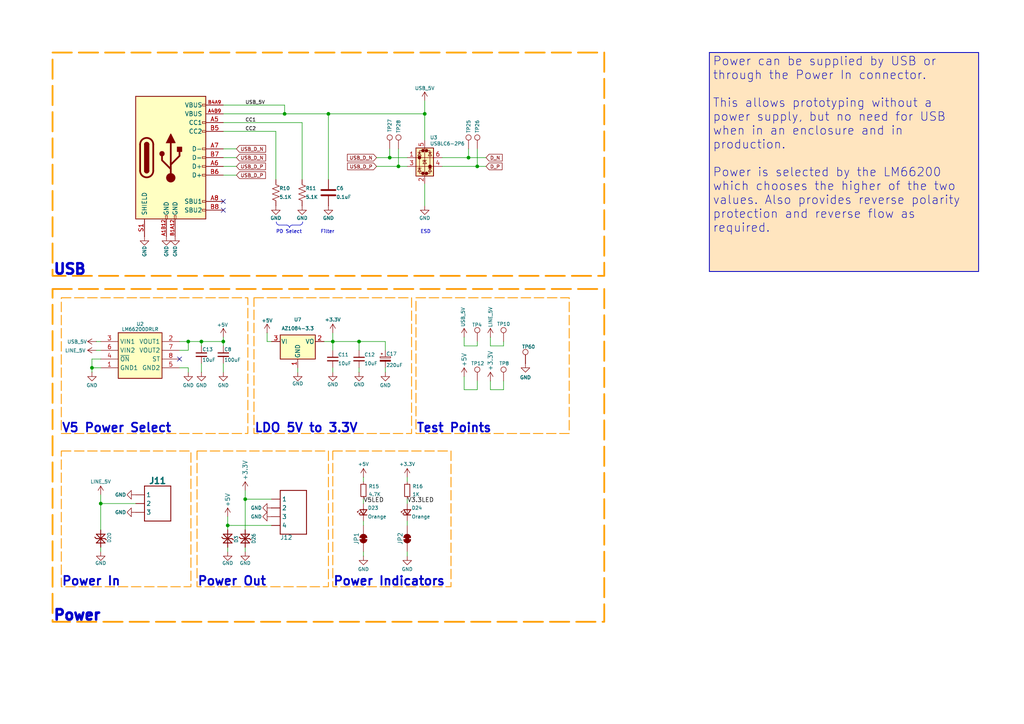
<source format=kicad_sch>
(kicad_sch (version 20250114) (generator "eeschema") (generator_version "9.0")
  (paper "A4")
  (title_block (title "Aquarius Hub") (date "<<release-date>>") (rev "<<tag>>") (comment 1 "<<hash>>"))
  (lib_symbols
    (symbol "CRGM Connector:JST-SH-3"
      (property "Reference" "J" (at 0 2.794 0))
      (symbol "JST-SH-3_1_0"
        (pin passive line (at -2.54 0 0) (length 2.54) (name "1") (number "1"))
        (pin passive line (at -2.54 -2.54 0) (length 2.54) (name "2") (number "2"))
        (pin passive line (at -2.54 -5.08 0) (length 2.54) (name "3") (number "3"))
      )
    )
    (symbol "CRGM Connector:JST-SH-4"
      (property "Reference" "J" (at 0 2.794 0))
      (symbol "JST-SH-4_1_0"
        (pin passive line (at -2.54 0 0) (length 2.54) (name "4") (number "4"))
        (pin passive line (at -2.54 -2.54 0) (length 2.54) (name "3") (number "3"))
        (pin passive line (at -2.54 -5.08 0) (length 2.54) (name "2") (number "2"))
        (pin passive line (at -2.54 -7.62 0) (length 2.54) (name "1") (number "1"))
      )
    )
    (symbol "CRGM Connector:USB_C_USB2.0_16P" (pin_names (offset 1.016))
      (property "Reference" "J" (at 0 22.225 0))
      (property "Value" "USB_C_USB2.0_16P" (at 0 19.685 0))
      (symbol "USB_C_USB2.0_16P_1_1"
        (pin passive line (at -7.62 -22.86 90) (length 5.08) (name "SHIELD") (number "S1"))
        (pin passive line (at -1.27 -22.86 90) (length 5.08) (name "GND") (number "A1B12"))
        (pin passive line (at 1.27 -22.86 90) (length 5.08) (name "GND") (number "B1A12"))
        (pin power_out line (at 15.24 15.24 180) (length 5.08) (name "VBUS") (number "B4A9"))
        (pin passive line (at 15.24 12.7 180) (length 5.08) (name "VBUS") (number "A4B9"))
        (pin bidirectional line (at 15.24 10.16 180) (length 5.08) (name "CC1") (number "A5"))
        (pin bidirectional line (at 15.24 7.62 180) (length 5.08) (name "CC2") (number "B5"))
        (pin bidirectional line (at 15.24 2.54 180) (length 5.08) (name "D-") (number "A7"))
        (pin bidirectional line (at 15.24 0 180) (length 5.08) (name "D-") (number "B7"))
        (pin bidirectional line (at 15.24 -2.54 180) (length 5.08) (name "D+") (number "A6"))
        (pin bidirectional line (at 15.24 -5.08 180) (length 5.08) (name "D+") (number "B6"))
        (pin bidirectional line (at 15.24 -12.7 180) (length 5.08) (name "SBU1") (number "A8"))
        (pin bidirectional line (at 15.24 -15.24 180) (length 5.08) (name "SBU2") (number "B8"))
      )
    )
    (symbol "CRGM Passive:C_Polarized_Small" (pin_numbers (hide yes)) (pin_names (offset 0.254) (hide yes))
      (property "Reference" "C" (at 0.254 1.778 0))
      (property "Value" "C_Polarized_Small" (at 0.254 -1.524 0))
      (symbol "C_Polarized_Small_1_1"
        (pin passive line (at 0 2.54 270) (length 1.8542) (name "~") (number "1"))
        (pin passive line (at 0 -2.54 90) (length 1.8542) (name "~") (number "2"))
      )
    )
    (symbol "CRGM Passive:PESD3V3S1BL"
      (property "Reference" "D" (at -1.524 1.524 0))
      (symbol "PESD3V3S1BL_1_0"
        (pin passive line (at -2.54 0 0) (length 0) (name "K1") (number "1"))
        (pin passive line (at 2.54 0 180) (length 0) (name "K2") (number "2"))
      )
    )
    (symbol "CRGM Passive:PESD5V5C1BLYL"
      (property "Reference" "D" (at -1.524 1.524 0))
      (symbol "PESD5V5C1BLYL_1_0"
        (pin passive line (at -2.54 0 0) (length 0) (name "K1") (number "1"))
        (pin passive line (at 2.54 0 180) (length 0) (name "K2") (number "2"))
      )
    )
    (symbol "CRGM Power:AZ1084-3.3" (pin_names (offset 0.254))
      (property "Reference" "U" (at -3.81 3.175 0))
      (property "Value" "AZ1084-3.3" (at 0 3.175 0))
      (symbol "AZ1084-3.3_1_1"
        (pin power_in line (at -7.62 0 0) (length 2.54) (name "VI") (number "3"))
        (pin power_in line (at 0 -7.62 90) (length 2.54) (name "GND") (number "1"))
        (pin power_out line (at 7.62 0 180) (length 2.54) (name "VO") (number "2"))
      )
    )
    (symbol "CRGM Power:LM66200DRLR"
      (property "Reference" "U" (at -6.096 10.922 0))
      (property "Value" "LM66200DRLR" (at -6.096 8.382 0))
      (symbol "LM66200DRLR_1_1"
        (pin passive line (at -11.43 3.81 0) (length 5.08) (name "VIN1") (number "3"))
        (pin passive line (at -11.43 1.27 0) (length 5.08) (name "VIN2") (number "6"))
        (pin passive line (at -11.43 -1.27 0) (length 5.08) (name "~{ON}") (number "4"))
        (pin passive line (at -11.43 -3.81 0) (length 5.08) (name "GND1") (number "1"))
        (pin power_out line (at 11.43 3.81 180) (length 5.08) (name "VOUT1") (number "2"))
        (pin power_out line (at 11.43 1.27 180) (length 5.08) (name "VOUT2") (number "7"))
        (pin passive line (at 11.43 -1.27 180) (length 5.08) (name "ST") (number "8"))
        (pin passive line (at 11.43 -3.81 180) (length 5.08) (name "GND2") (number "5"))
      )
    )
    (symbol "Connector:TestPoint" (pin_numbers (hide yes)) (pin_names (offset 0.762) (hide yes))
      (property "Reference" "TP" (at 0 6.858 0))
      (property "Value" "TestPoint" (at 0 5.08 0))
      (symbol "TestPoint_1_1"
        (pin passive line (at 0 0 90) (length 2.54) (name "1") (number "1"))
      )
    )
    (symbol "Device:C" (pin_numbers (hide yes)) (pin_names (offset 0.254))
      (property "Reference" "C" (at 0.635 2.54 0))
      (property "Value" "C" (at 0.635 -2.54 0))
      (symbol "C_1_1"
        (pin passive line (at 0 3.81 270) (length 2.794) (name "~") (number "1"))
        (pin passive line (at 0 -3.81 90) (length 2.794) (name "~") (number "2"))
      )
    )
    (symbol "Device:C_Small" (pin_numbers (hide yes)) (pin_names (offset 0.254) (hide yes))
      (property "Reference" "C" (at 0.254 1.778 0))
      (property "Value" "C_Small" (at 0.254 -2.032 0))
      (symbol "C_Small_1_1"
        (pin passive line (at 0 2.54 270) (length 2.032) (name "~") (number "1"))
        (pin passive line (at 0 -2.54 90) (length 2.032) (name "~") (number "2"))
      )
    )
    (symbol "Device:LED_Small" (pin_numbers (hide yes)) (pin_names (offset 0.254) (hide yes))
      (property "Reference" "D" (at -1.27 3.175 0))
      (property "Value" "LED_Small" (at -4.445 -2.54 0))
      (symbol "LED_Small_1_1"
        (pin passive line (at -2.54 0 0) (length 1.778) (name "K") (number "1"))
        (pin passive line (at 2.54 0 180) (length 1.778) (name "A") (number "2"))
      )
    )
    (symbol "Device:R_Small" (pin_numbers (hide yes)) (pin_names (offset 0.254) (hide yes))
      (property "Reference" "R" (at 0 0 90))
      (property "Value" "R_Small" (at 1.778 0 90))
      (symbol "R_Small_1_1"
        (pin passive line (at 0 2.54 270) (length 0.762) (name "~") (number "1"))
        (pin passive line (at 0 -2.54 90) (length 0.762) (name "~") (number "2"))
      )
    )
    (symbol "Device:R_US" (pin_numbers (hide yes)) (pin_names (offset 0))
      (property "Reference" "R" (at 2.54 0 90))
      (property "Value" "R_US" (at -2.54 0 90))
      (symbol "R_US_1_1"
        (pin passive line (at 0 3.81 270) (length 1.27) (name "~") (number "1"))
        (pin passive line (at 0 -3.81 90) (length 1.27) (name "~") (number "2"))
      )
    )
    (symbol "Jumper:SolderJumper_2_Bridged" (pin_numbers (hide yes)) (pin_names (offset 0) (hide yes)) (in_bom no)
      (property "Reference" "JP" (at 0 2.032 0))
      (property "Value" "SolderJumper_2_Bridged" (at 0 -2.54 0))
      (symbol "SolderJumper_2_Bridged_1_1"
        (pin passive line (at -3.81 0 0) (length 2.54) (name "A") (number "1"))
        (pin passive line (at 3.81 0 180) (length 2.54) (name "B") (number "2"))
      )
    )
    (symbol "Power_Protection:USBLC6-2P6" (pin_names (hide yes))
      (property "Reference" "U" (at 0.635 5.715 0))
      (property "Value" "USBLC6-2P6" (at 0.635 3.81 0))
      (symbol "USBLC6-2P6_1_1"
        (pin passive line (at -5.08 0 0) (length 2.54) (name "I/O1") (number "1"))
        (pin passive line (at -5.08 -2.54 0) (length 2.54) (name "I/O2") (number "3"))
        (pin passive line (at 0 5.08 270) (length 2.54) (name "VBUS") (number "5"))
        (pin passive line (at 0 -7.62 90) (length 2.54) (name "GND") (number "2"))
        (pin passive line (at 5.08 0 180) (length 2.54) (name "I/O1") (number "6"))
        (pin passive line (at 5.08 -2.54 180) (length 2.54) (name "I/O2") (number "4"))
      )
    )
    (symbol "power:+3.3V" (power) (pin_numbers (hide yes)) (pin_names (offset 0) (hide yes))
      (property "Value" "+3.3V" (at 0 3.556 0))
      (symbol "+3.3V_1_1"
        (pin power_in line (at 0 0 90) (length 0) (name "~") (number "1"))
      )
    )
    (symbol "power:+5V" (power) (pin_numbers (hide yes)) (pin_names (offset 0) (hide yes))
      (property "Value" "+5V" (at 0 3.556 0))
      (symbol "+5V_1_1"
        (pin power_in line (at 0 0 90) (length 0) (name "~") (number "1"))
      )
    )
    (symbol "power:GND" (power) (pin_numbers (hide yes)) (pin_names (offset 0) (hide yes))
      (property "Value" "GND" (at 0 -3.81 0))
      (symbol "GND_1_1"
        (pin power_in line (at 0 0 270) (length 0) (name "~") (number "1"))
      )
    )
  )
  (rectangle (start 15.24 83.82) (end 175.26 180.34) (stroke (width 0.508) (type dash) (color 255 153 0 1)))
  (rectangle (start 120.65 86.36) (end 165.1 125.73) (stroke (width 0.254) (type dash) (color 255 153 0 1)))
  (rectangle (start 17.78 130.81) (end 55.372 170.18) (stroke (width 0.254) (type dash) (color 255 153 0 1)))
  (rectangle (start 57.15 130.81) (end 95.25 170.18) (stroke (width 0.254) (type dash) (color 255 153 0 1)))
  (rectangle (start 73.66 86.36) (end 119.38 125.73) (stroke (width 0.254) (type dash) (color 255 153 0 1)))
  (rectangle (start 17.78 86.36) (end 71.882 125.73) (stroke (width 0.254) (type dash) (color 255 153 0 1)))
  (rectangle (start 15.24 15.24) (end 175.26 80.01) (stroke (width 0.508) (type dash) (color 255 153 0 1)))
  (rectangle (start 96.52 130.81) (end 130.81 170.18) (stroke (width 0.254) (type dash) (color 255 153 0 1)))
  (text "Test Points" (at 120.65 125.73 0) (effects (font (size 2.54 2.54) (thickness 0.508) (bold yes)) (justify left bottom)))
  (text "Power Indicators" (at 96.52 170.18 0) (effects (font (size 2.54 2.54) (thickness 0.508) (bold yes)) (justify left bottom)))
  (text "Power In" (at 17.78 170.18 0) (effects (font (size 2.54 2.54) (thickness 0.508) (bold yes)) (justify left bottom)))
  (text "USB" (exclude_from_sim yes) (at 15.24 80.01 0) (effects (font (size 3 3) (thickness 1.016) (bold yes)) (justify left bottom)))
  (text "Filter" (at 94.996 67.31 0) (effects (font (size 1 1))))
  (text "PD Select" (at 83.82 67.31 0) (effects (font (size 1 1))))
  (text "LDO 5V to 3.3V" (at 73.66 125.73 0) (effects (font (size 2.54 2.54) (thickness 0.508) (bold yes)) (justify left bottom)))
  (text "ESD" (at 123.444 67.31 0) (effects (font (size 1 1))))
  (text "{" (at 83.566 65.532 90) (effects (font (size 5 5))))
  (text "V5 Power Select" (at 17.78 125.73 0) (effects (font (size 2.54 2.54) (thickness 0.508) (bold yes)) (justify left bottom)))
  (text "Power" (exclude_from_sim yes) (at 15.24 180.34 0) (effects (font (size 3 3) (thickness 1.016) (bold yes)) (justify left bottom)))
  (text "Power Out" (at 57.15 170.18 0) (effects (font (size 2.54 2.54) (thickness 0.508) (bold yes)) (justify left bottom)))
  (text_box "Power can be supplied by USB or through the Power In connector.\n\nThis allows prototyping without a power supply, but no need for USB when in an enclosure and in production.\n\nPower is selected by the LM66200 which chooses the higher of the two values. Also provides reverse polarity protection and reverse flow as required." (exclude_from_sim yes) (at 205.74 15.24 0) (size 78.105 63.5) (margins 0.9525 0.9525 0.9525 0.9525) (stroke (width 0.25)) (fill (type color) (color 255 229 191 1)) (effects (font (size 2.5 2.5)) (justify left top)))
  (junction (at 138.43 48.26))
  (junction (at 113.03 45.72))
  (junction (at 82.55 33.02))
  (junction (at 95.25 33.02))
  (junction (at 104.14 99.06))
  (junction (at 54.61 99.06))
  (junction (at 26.67 106.68))
  (junction (at 66.04 152.4))
  (junction (at 123.19 33.02))
  (junction (at 115.57 48.26))
  (junction (at 96.52 99.06))
  (junction (at 135.89 45.72))
  (junction (at 58.42 99.06))
  (junction (at 71.12 144.78))
  (junction (at 64.77 99.06))
  (junction (at 29.21 146.05))
  (no_connect (at 64.77 60.96))
  (no_connect (at 64.77 58.42))
  (no_connect (at 52.07 104.14))
  (wire (pts (xy 64.77 43.18) (xy 68.58 43.18)))
  (wire (pts (xy 71.12 144.78) (xy 78.74 144.78)))
  (wire (pts (xy 64.77 48.26) (xy 68.58 48.26)))
  (wire (pts (xy 111.76 101.6) (xy 111.76 99.06)))
  (wire (pts (xy 29.21 158.75) (xy 29.21 160.02)))
  (wire (pts (xy 135.89 43.18) (xy 135.89 45.72)))
  (wire (pts (xy 96.52 96.52) (xy 96.52 99.06)))
  (wire (pts (xy 123.19 59.69) (xy 123.19 53.34)))
  (wire (pts (xy 71.12 144.78) (xy 71.12 142.24)))
  (wire (pts (xy 146.05 113.03) (xy 142.24 113.03)))
  (wire (pts (xy 113.03 45.72) (xy 118.11 45.72)))
  (wire (pts (xy 80.01 38.1) (xy 80.01 52.07)))
  (wire (pts (xy 146.05 99.06) (xy 146.05 100.33)))
  (wire (pts (xy 82.55 30.48) (xy 82.55 33.02)))
  (wire (pts (xy 134.62 100.33) (xy 138.43 100.33)))
  (wire (pts (xy 118.11 161.29) (xy 118.11 160.02)))
  (wire (pts (xy 71.12 160.02) (xy 71.12 158.75)))
  (wire (pts (xy 66.04 149.86) (xy 66.04 152.4)))
  (wire (pts (xy 64.77 45.72) (xy 68.58 45.72)))
  (wire (pts (xy 128.27 48.26) (xy 138.43 48.26)))
  (wire (pts (xy 113.03 43.18) (xy 113.03 45.72)))
  (wire (pts (xy 58.42 99.06) (xy 54.61 99.06)))
  (wire (pts (xy 52.07 101.6) (xy 54.61 101.6)))
  (wire (pts (xy 138.43 113.03) (xy 138.43 110.49)))
  (wire (pts (xy 52.07 106.68) (xy 54.61 106.68)))
  (wire (pts (xy 87.63 35.56) (xy 87.63 52.07)))
  (wire (pts (xy 64.77 100.33) (xy 64.77 99.06)))
  (wire (pts (xy 142.24 110.49) (xy 142.24 113.03)))
  (wire (pts (xy 123.19 29.21) (xy 123.19 33.02)))
  (wire (pts (xy 64.77 50.8) (xy 68.58 50.8)))
  (wire (pts (xy 52.07 99.06) (xy 54.61 99.06)))
  (wire (pts (xy 138.43 43.18) (xy 138.43 48.26)))
  (wire (pts (xy 96.52 106.68) (xy 96.52 107.95)))
  (wire (pts (xy 66.04 152.4) (xy 78.74 152.4)))
  (wire (pts (xy 64.77 35.56) (xy 87.63 35.56)))
  (wire (pts (xy 115.57 48.26) (xy 118.11 48.26)))
  (wire (pts (xy 134.62 113.03) (xy 138.43 113.03)))
  (wire (pts (xy 128.27 45.72) (xy 135.89 45.72)))
  (wire (pts (xy 29.21 143.51) (xy 29.21 146.05)))
  (wire (pts (xy 64.77 33.02) (xy 82.55 33.02)))
  (wire (pts (xy 96.52 99.06) (xy 96.52 101.6)))
  (wire (pts (xy 105.41 161.29) (xy 105.41 160.02)))
  (wire (pts (xy 29.21 106.68) (xy 26.67 106.68)))
  (wire (pts (xy 82.55 33.02) (xy 95.25 33.02)))
  (wire (pts (xy 123.19 33.02) (xy 123.19 40.64)))
  (wire (pts (xy 66.04 152.4) (xy 66.04 153.67)))
  (wire (pts (xy 95.25 33.02) (xy 123.19 33.02)))
  (wire (pts (xy 64.77 105.41) (xy 64.77 107.95)))
  (wire (pts (xy 86.36 107.95) (xy 86.36 106.68)))
  (wire (pts (xy 134.62 113.03) (xy 134.62 109.22)))
  (wire (pts (xy 104.14 99.06) (xy 111.76 99.06)))
  (wire (pts (xy 64.77 97.79) (xy 64.77 99.06)))
  (wire (pts (xy 26.67 104.14) (xy 26.67 106.68)))
  (wire (pts (xy 135.89 45.72) (xy 140.97 45.72)))
  (wire (pts (xy 104.14 99.06) (xy 104.14 101.6)))
  (wire (pts (xy 58.42 105.41) (xy 58.42 107.95)))
  (wire (pts (xy 71.12 144.78) (xy 71.12 153.67)))
  (wire (pts (xy 104.14 107.95) (xy 104.14 106.68)))
  (wire (pts (xy 29.21 146.05) (xy 39.37 146.05)))
  (wire (pts (xy 96.52 99.06) (xy 104.14 99.06)))
  (wire (pts (xy 109.22 48.26) (xy 115.57 48.26)))
  (wire (pts (xy 118.11 139.7) (xy 118.11 138.43)))
  (wire (pts (xy 29.21 104.14) (xy 26.67 104.14)))
  (wire (pts (xy 105.41 139.7) (xy 105.41 138.43)))
  (wire (pts (xy 105.41 152.4) (xy 105.41 151.13)))
  (wire (pts (xy 115.57 43.18) (xy 115.57 48.26)))
  (wire (pts (xy 29.21 146.05) (xy 29.21 153.67)))
  (wire (pts (xy 77.47 99.06) (xy 78.74 99.06)))
  (wire (pts (xy 118.11 152.4) (xy 118.11 151.13)))
  (wire (pts (xy 95.25 52.07) (xy 95.25 33.02)))
  (wire (pts (xy 118.11 146.05) (xy 118.11 144.78)))
  (wire (pts (xy 111.76 107.95) (xy 111.76 106.68)))
  (wire (pts (xy 142.24 100.33) (xy 146.05 100.33)))
  (wire (pts (xy 138.43 48.26) (xy 140.97 48.26)))
  (wire (pts (xy 109.22 45.72) (xy 113.03 45.72)))
  (wire (pts (xy 54.61 106.68) (xy 54.61 107.95)))
  (wire (pts (xy 64.77 38.1) (xy 80.01 38.1)))
  (wire (pts (xy 64.77 99.06) (xy 58.42 99.06)))
  (wire (pts (xy 134.62 97.79) (xy 134.62 100.33)))
  (wire (pts (xy 93.98 99.06) (xy 96.52 99.06)))
  (wire (pts (xy 142.24 97.79) (xy 142.24 100.33)))
  (wire (pts (xy 77.47 96.52) (xy 77.47 99.06)))
  (wire (pts (xy 26.67 106.68) (xy 26.67 107.95)))
  (wire (pts (xy 29.21 99.06) (xy 27.94 99.06)))
  (wire (pts (xy 146.05 110.49) (xy 146.05 113.03)))
  (wire (pts (xy 58.42 99.06) (xy 58.42 100.33)))
  (wire (pts (xy 138.43 99.06) (xy 138.43 100.33)))
  (wire (pts (xy 29.21 101.6) (xy 27.94 101.6)))
  (wire (pts (xy 64.77 30.48) (xy 82.55 30.48)))
  (wire (pts (xy 66.04 158.75) (xy 66.04 160.02)))
  (wire (pts (xy 105.41 146.05) (xy 105.41 144.78)))
  (wire (pts (xy 54.61 101.6) (xy 54.61 99.06)))
  (label "V5LED" (at 105.41 146.05 0))
  (label "CC2" (at 71.12 38.1 0) (effects (font (size 1 1))))
  (label "USB_5V" (at 71.12 30.48 0) (effects (font (size 1 1))))
  (label "V3.3LED" (at 118.11 146.05 0))
  (label "CC1" (at 71.12 35.56 0) (effects (font (size 1 1))))
  (global_label "USB_D_P" (shape input) (at 109.22 48.26 180) (effects (font (size 1 1))) (property "Intersheetrefs" "${INTERSHEET_REFS}" (at 97.9496 48.26 0) (effects (justify right))))
  (global_label "USB_D_N" (shape input) (at 68.58 43.18 0) (effects (font (size 1 1))) (property "Intersheetrefs" "${INTERSHEET_REFS}" (at 79.9109 43.18 0) (effects (justify left))))
  (global_label "D_N" (shape input) (at 140.97 45.72 0) (effects (font (size 1 1))) (property "Intersheetrefs" "${INTERSHEET_REFS}" (at 145.796 45.72 0) (effects (justify left))))
  (global_label "USB_D_N" (shape input) (at 68.58 45.72 0) (effects (font (size 1 1))) (property "Intersheetrefs" "${INTERSHEET_REFS}" (at 79.9109 45.72 0) (effects (justify left))))
  (global_label "USB_D_P" (shape input) (at 68.58 50.8 0) (effects (font (size 1 1))) (property "Intersheetrefs" "${INTERSHEET_REFS}" (at 79.8504 50.8 0) (effects (justify left))))
  (global_label "D_P" (shape input) (at 140.97 48.26 0) (effects (font (size 1 1))) (property "Intersheetrefs" "${INTERSHEET_REFS}" (at 145.796 48.26 0) (effects (justify left))))
  (global_label "USB_D_N" (shape input) (at 109.22 45.72 180) (effects (font (size 1 1))) (property "Intersheetrefs" "${INTERSHEET_REFS}" (at 97.8891 45.72 0) (effects (justify right))))
  (global_label "USB_D_P" (shape input) (at 68.58 48.26 0) (effects (font (size 1 1))) (property "Intersheetrefs" "${INTERSHEET_REFS}" (at 79.8504 48.26 0) (effects (justify left))))
  (symbol (lib_id "power:GND") (at 39.37 148.59 270) (unit 1)
    (property "Reference" "#PWR0105" (effects (hide yes)))
    (property "Value" "GND" (at 36.576 148.59 90) (effects (font (size 1 1)) (justify right)))
    (property "Description" "Power symbol creates a global label with name \"GND\" , ground" (effects (hide yes)))
    (instances (project "Node" (path "" (reference "#PWR0105") (unit 1))) (project "relay-module" (path "" (reference "#PWR016") (unit 1))))
  )
  (symbol (lib_id "power:GND") (at 66.04 160.02 0) (unit 1)
    (property "Reference" "#PWR029" (effects (hide yes)))
    (property "Value" "GND" (at 66.04 163.322 0) (effects (font (size 1 1))))
    (property "Description" "Power symbol creates a global label with name \"GND\" , ground" (effects (hide yes)))
  )
  (symbol (lib_id "Connector:TestPoint") (at 115.57 43.18 0) (unit 1) (in_bom no)
    (property "Reference" "TP28" (at 115.57 38.608 90) (effects (font (size 1 1)) (justify left)))
    (property "Footprint" "CRGM Mechanical:TestPoint_Pad_D1.0mm" (effects (hide yes)))
    (property "Description" "test point" (effects (hide yes)))
  )
  (symbol (lib_id "CRGM Passive:PESD3V3S1BL") (at 71.12 156.21 90) (unit 1)
    (property "Reference" "D26" (at 74.168 157.734 0) (effects (font (size 1 1) (thickness 0.125)) (justify left bottom)))
    (property "Value" "PESD3V3S1BL" (effects (hide yes)))
    (property "Footprint" "CRGM Passive:DFN1006-2" (effects (hide yes)))
    (property "Datasheet" "https://jlcpcb.com/api/file/downloadByFileSystemAccessId/8590907150506553344" (effects (hide yes)))
    (property "Description" "TVS DIODE Vrwm=3.3v Vcl=6.5v Ippm=10A DFN10062" (effects (hide yes)))
    (property "LCSC" "C5563754" (effects (hide yes)))
    (property "Digikey" "1727-PESD3V3S1BLYLTR-ND" (effects (hide yes)))
    (property "Mouser" "621-DESD3V3S1BL-7B" (effects (hide yes)))
    (property "MN" "FUXINSEMI" (effects (hide yes)))
    (property "MPN" "LESD8D3.3CAT5G" (effects (hide yes)))
  )
  (symbol (lib_id "CRGM Passive:PESD5V5C1BLYL") (at 29.21 156.21 90) (unit 1)
    (property "Reference" "D20" (at 32.258 157.48 0) (effects (font (size 1 1) (thickness 0.125)) (justify left bottom)))
    (property "Value" "PESD5V5C1BL" (effects (hide yes)))
    (property "Footprint" "CRGM Passive:DFN1006-2" (effects (hide yes)))
    (property "Datasheet" "https://assets.nexperia.com/documents/data-sheet/PESD5V5C1BL.pdf" (effects (hide yes)))
    (property "Description" "TVS DIODE Vrwm=5.5v Vcl=5.4v Ippm=6.5A DFN10062" (effects (hide yes)))
    (property "LCSC" "C2827636" (effects (hide yes)))
    (property "Mouser" "771-PESD5V5C1BLYL" (effects (hide yes)))
    (property "Digikey" "1727-PESD5V5C1BLYLTR-ND" (effects (hide yes)))
    (property "MN" "Nexperia" (effects (hide yes)))
    (property "MPN" "PESD5V5C1BLYL" (effects (hide yes)))
  )
  (symbol (lib_id "Device:LED_Small") (at 105.41 148.59 90) (unit 1)
    (property "Reference" "D23" (at 106.68 147.32 90) (effects (font (size 1 1)) (justify right)))
    (property "Value" "Orange" (at 106.68 149.86 90) (effects (font (size 1 1)) (justify right)))
    (property "Footprint" "CRGM Passive:LED_0603_1608Metric" (effects (hide yes)))
    (property "Datasheet" "https://optoelectronics.liteon.com/upload/download/DS22-2000-228/LTST-C191KGKT.PDF" (effects (hide yes)))
    (property "Description" "20mA 315mcd Colorless Orange 120° 50mW 2.3V 0603" (effects (hide yes)))
    (property "MN" "XINGLIGHT" (effects (hide yes)))
    (property "MPN" "XL-1608UOC-06" (effects (hide yes)))
    (property "Mouser" "859-LTST-C190KFKT" (effects (hide yes)))
    (property "Digikey" "5962-XL-1608UOC-06TR-ND" (effects (hide yes)))
    (property "LCSC" "C965800" (effects (hide yes)))
  )
  (symbol (lib_id "power:+3.3V") (at 118.11 138.43 0) (unit 1)
    (property "Reference" "#PWR094" (effects (hide yes)))
    (property "Value" "+3.3V" (at 118.11 134.62 0) (effects (font (size 1 1))))
    (property "Description" "Power symbol creates a global label with name \"+3.3V\"" (effects (hide yes)))
  )
  (symbol (lib_id "power:GND") (at 111.76 107.95 0) (unit 1)
    (property "Reference" "#PWR043" (effects (hide yes)))
    (property "Value" "GND" (at 111.76 111.76 0) (effects (font (size 1 1))))
    (property "Description" "Power symbol creates a global label with name \"GND\" , ground" (effects (hide yes)))
  )
  (symbol (lib_id "Connector:TestPoint") (at 113.03 43.18 0) (unit 1) (in_bom no)
    (property "Reference" "TP27" (at 113.03 38.354 90) (effects (font (size 1 1)) (justify left)))
    (property "Footprint" "CRGM Mechanical:TestPoint_Pad_D1.0mm" (effects (hide yes)))
    (property "Description" "test point" (effects (hide yes)))
  )
  (symbol (lib_id "Device:R_Small") (at 105.41 142.24 0) (unit 1)
    (property "Reference" "R15" (at 106.9086 141.0716 0) (effects (font (size 1 1)) (justify left)))
    (property "Value" "4.7K" (at 106.9086 143.383 0) (effects (font (size 1 1)) (justify left)))
    (property "Footprint" "CRGM Passive:R_0603_1608Metric" (effects (hide yes)))
    (property "Datasheet" "https://www.vishay.com/docs/28773/crcwce3.pdf" (effects (hide yes)))
    (property "Description" "Thick Film Resistors - SMD 1/10Watt 4.7Kohms 5%" (effects (hide yes)))
    (property "MN" "FOJAN" (effects (hide yes)))
    (property "MPN" "FRC0603J472 TS" (effects (hide yes)))
    (property "Mouser" "652-CR0603-JW-472ELF" (effects (hide yes)))
    (property "Digikey" "CR0603-JW-472ELFTR-ND" (effects (hide yes)))
    (property "LCSC" "C2907166" (effects (hide yes)))
    (property "Tolerance" "5%" (effects (hide yes)))
  )
  (symbol (lib_id "Connector:TestPoint") (at 146.05 99.06 0) (unit 1) (in_bom no)
    (property "Reference" "TP10" (at 146.05 93.98 0) (effects (font (size 1 1))))
    (property "Footprint" "CRGM Mechanical:TestPoint_Pad_D1.0mm" (effects (hide yes)))
    (property "Description" "test point" (effects (hide yes)))
  )
  (symbol (lib_id "power:GND") (at 39.37 143.51 270) (unit 1)
    (property "Reference" "#PWR0106" (effects (hide yes)))
    (property "Value" "GND" (at 36.576 143.51 90) (effects (font (size 1 1)) (justify right)))
    (property "Description" "Power symbol creates a global label with name \"GND\" , ground" (effects (hide yes)))
    (instances (project "Node" (path "" (reference "#PWR0106") (unit 1))) (project "relay-module" (path "" (reference "#PWR015") (unit 1))))
  )
  (symbol (lib_id "power:GND") (at 87.63 59.69 0) (unit 1)
    (property "Reference" "#PWR086" (effects (hide yes)))
    (property "Value" "GND" (at 87.63 63.246 0) (effects (font (size 1 1))))
    (property "Description" "Power symbol creates a global label with name \"GND\" , ground" (effects (hide yes)))
  )
  (symbol (lib_id "Jumper:SolderJumper_2_Bridged") (at 105.41 156.21 90) (unit 1) (in_bom no)
    (property "Reference" "JP1" (at 103.378 156.21 0))
    (property "Footprint" "CRGM Connector:SolderJumper-2_P1.3mm_Bridged_RoundedPad1.0x1.5mm" (effects (hide yes)))
    (property "Description" "Solder Jumper, 2-pole, closed/bridged" (effects (hide yes)))
    (instances (project "" (path "" (reference "JP1") (unit 1))) (project "" (path "" (reference "JP4") (unit 1))))
  )
  (symbol (lib_id "Connector:TestPoint") (at 146.05 110.49 0) (unit 1) (in_bom no)
    (property "Reference" "TP8" (at 144.78 105.41 0) (effects (font (size 1 1)) (justify left)))
    (property "Footprint" "CRGM Mechanical:TestPoint_Pad_D1.0mm" (effects (hide yes)))
    (property "Description" "test point" (effects (hide yes)))
  )
  (symbol (lib_id "power:GND") (at 54.61 107.95 0) (unit 1)
    (property "Reference" "#PWR0103" (effects (hide yes)))
    (property "Value" "GND" (at 54.61 111.76 0) (effects (font (size 1 1))))
    (property "Description" "Power symbol creates a global label with name \"GND\" , ground" (effects (hide yes)))
    (instances (project "Node" (path "" (reference "#PWR0103") (unit 1))) (project "power-module" (path "" (reference "#PWR031") (unit 1))))
  )
  (symbol (lib_id "CRGM Connector:JST-SH-3") (at 41.91 143.51 0) (unit 1)
    (property "Reference" "J11" (at 45.72 139.446 0) (effects (font (size 1.778 1.778) (thickness 0.3556) (bold yes))))
    (property "Value" "BM03B-SRSS-TB" (effects (hide yes)))
    (property "Footprint" "CRGM Connector:JST_SH_BM03B-SRSS-TB_1x03-1MP_P1.00mm_Vertical" (effects (hide yes)))
    (property "Datasheet" "https://www.jst-mfg.com/product/pdf/eng/eSH.pdf" (effects (hide yes)))
    (property "Description" "JST SH 1.0mm 3 Position" (effects (hide yes)))
    (property "LCSC" "C2904985" (effects (hide yes)))
    (property "MN" "JST" (effects (hide yes)))
    (property "MPN" "BM04B-SRSS-TB" (effects (hide yes)))
    (property "Digikey" "455-BM04B-SRSS-TBTR-ND" (effects (hide yes)))
    (property "Mouser" "306-BM04BSRSSTBTLFSN" (effects (hide yes)))
  )
  (symbol (lib_id "Connector:TestPoint") (at 135.89 43.18 0) (unit 1) (in_bom no)
    (property "Reference" "TP25" (at 135.89 38.608 90) (effects (font (size 1 1)) (justify left)))
    (property "Footprint" "CRGM Mechanical:TestPoint_Pad_D1.0mm" (effects (hide yes)))
    (property "Description" "test point" (effects (hide yes)))
  )
  (symbol (lib_id "Device:C_Small") (at 64.77 102.87 0) (unit 1)
    (property "Reference" "C8" (at 65.024 101.346 0) (effects (font (size 1 1)) (justify left)))
    (property "Value" "100uF" (at 65.024 104.394 0) (effects (font (size 1 1)) (justify left)))
    (property "Footprint" "CRGM Passive:C_1206_3216Metric" (effects (hide yes)))
    (property "Datasheet" "https://mm.digikey.com/Volume0/opasdata/d220001/medias/docus/43/CL10A106MO8NQNC_Spec.pdf" (effects (hide yes)))
    (property "Description" "100uF 6.3V X5R ±20% 1206 Multilayer Ceramic Capacitors MLCC" (effects (hide yes)))
    (property "MN" "Samsung" (effects (hide yes)))
    (property "MPN" "CL31A107MQHNNNE" (effects (hide yes)))
    (property "Digikey" "1276-1782-2-ND" (effects (hide yes)))
    (property "Mouser" "187-CL31A107MQHNNNE" (effects (hide yes)))
    (property "LCSC" "C15008" (effects (hide yes)))
    (property "Tolerance" "20%" (effects (hide yes)))
  )
  (symbol (lib_id "Device:C_Small") (at 96.52 104.14 0) (unit 1)
    (property "Reference" "C11" (at 98.044 102.87 0) (effects (font (size 1 1)) (justify left)))
    (property "Value" "10uF" (at 98.044 105.41 0) (effects (font (size 1 1)) (justify left)))
    (property "Footprint" "CRGM Passive:C_0603_1608Metric" (effects (hide yes)))
    (property "Datasheet" "https://mm.digikey.com/Volume0/opasdata/d220001/medias/docus/43/CL10A106MO8NQNC_Spec.pdf" (effects (hide yes)))
    (property "Description" "CAP CER 10uF 16V X5R 0603" (effects (hide yes)))
    (property "MN" "Samsung" (effects (hide yes)))
    (property "MPN" "CL10A106MO8NQNC" (effects (hide yes)))
    (property "Mouser" "187-CL10A106MO8NQNC" (effects (hide yes)))
    (property "Digikey" "1276-1870-2-ND" (effects (hide yes)))
    (property "LCSC" "C92487" (effects (hide yes)))
    (property "Tolerance" "10%" (effects (hide yes)))
    (instances (project "" (path "" (reference "C11") (unit 1))) (project "power-module" (path "" (reference "C8") (unit 1))))
  )
  (symbol (lib_id "Connector:TestPoint") (at 152.4 105.41 0) (unit 1) (in_bom no)
    (property "Reference" "TP60" (at 151.384 100.584 0) (effects (font (size 1 1)) (justify left)))
    (property "Footprint" "CRGM Mechanical:TestPoint_Pad_D1.0mm" (effects (hide yes)))
    (property "Description" "test point" (effects (hide yes)))
  )
  (symbol (lib_id "CRGM Connector:USB_C_USB2.0_16P") (at 49.53 45.72 0) (unit 1)
    (property "Reference" "J2" (effects (hide yes)))
    (property "Value" "USB_C_USB2.0_16P" (effects (hide yes)))
    (property "Footprint" "CRGM Connector:GCT_USB4105-GF-A" (effects (hide yes)))
    (property "Datasheet" "https://www.usb.org/sites/default/files/documents/usb_type-c.zip" (effects (hide yes)))
    (property "Description" "USB 2.0-only 16P Type-C Receptacle connector" (effects (hide yes)))
    (property "MN" "GTC" (effects (hide yes)))
    (property "MPN" "USB4105-GF-A-060" (effects (hide yes)))
    (property "Mouser" "640-USB4105-GF-A-060" (effects (hide yes)))
    (property "Digikey" "2073-USB4105-GF-A-060TR-ND" (effects (hide yes)))
    (property "LCSC" "C165948" (effects (hide yes)))
  )
  (symbol (lib_id "power:GND") (at 64.77 107.95 0) (unit 1)
    (property "Reference" "#PWR079" (effects (hide yes)))
    (property "Value" "GND" (at 64.77 111.76 0) (effects (font (size 1 1))))
    (property "Description" "Power symbol creates a global label with name \"GND\" , ground" (effects (hide yes)))
  )
  (symbol (lib_id "power:GND") (at 71.12 160.02 0) (unit 1)
    (property "Reference" "#PWR031" (effects (hide yes)))
    (property "Value" "GND" (at 71.12 163.322 0) (effects (font (size 1 1))))
    (property "Description" "Power symbol creates a global label with name \"GND\" , ground" (effects (hide yes)))
  )
  (symbol (lib_id "power:GND") (at 29.21 160.02 0) (unit 1)
    (property "Reference" "#PWR044" (effects (hide yes)))
    (property "Value" "GND" (at 29.21 163.322 0) (effects (font (size 1 1))))
    (property "Description" "Power symbol creates a global label with name \"GND\" , ground" (effects (hide yes)))
  )
  (symbol (lib_id "power:+3.3V") (at 71.12 142.24 0) (unit 1)
    (property "Reference" "#PWR0123" (effects (hide yes)))
    (property "Value" "+3.3V" (at 71.12 136.398 90))
    (property "Description" "Power symbol creates a global label with name \"+3.3V\"" (effects (hide yes)))
  )
  (symbol (lib_id "power:+5V") (at 29.21 143.51 0) (unit 1)
    (property "Reference" "#PWR027" (effects (hide yes)))
    (property "Value" "LINE_5V" (at 29.21 139.7 0) (effects (font (size 1 1))))
    (property "Description" "Power symbol creates a global label with name \"+5V\"" (effects (hide yes)))
  )
  (symbol (lib_id "power:+5V") (at 64.77 97.79 0) (unit 1)
    (property "Reference" "#PWR087" (effects (hide yes)))
    (property "Value" "+5V" (at 64.516 94.234 0) (effects (font (size 1 1))))
    (property "Description" "Power symbol creates a global label with name \"+5V\"" (effects (hide yes)))
  )
  (symbol (lib_id "power:+5V") (at 77.47 96.52 0) (unit 1)
    (property "Reference" "#PWR0110" (effects (hide yes)))
    (property "Value" "+5V" (at 77.47 92.964 0) (effects (font (size 1 1))))
    (property "Description" "Power symbol creates a global label with name \"+5V\"" (effects (hide yes)))
    (instances (project "Node" (path "" (reference "#PWR0110") (unit 1))) (project "power-module" (path "" (reference "#PWR010") (unit 1))))
  )
  (symbol (lib_id "Device:C") (at 95.25 55.88 0) (unit 1)
    (property "Reference" "C6" (at 97.536 54.61 0) (effects (font (size 1 1)) (justify left)))
    (property "Value" "0.1uF" (at 97.536 57.15 0) (effects (font (size 1 1)) (justify left)))
    (property "Footprint" "CRGM Passive:C_0603_1608Metric" (effects (hide yes)))
    (property "Description" "CAP CER 100nF 16V X5R 0603" (effects (hide yes)))
    (property "LCSC" "C66501" (effects (hide yes)))
    (property "MN" "Samsung" (effects (hide yes)))
    (property "MPN" "CL10B104KO8NNNC" (effects (hide yes)))
    (property "Digikey" "1276-1005-2-ND" (effects (hide yes)))
    (property "Mouser" "187-CL10B104KO8NNNC" (effects (hide yes)))
    (property "Tolerance" "10%" (effects (hide yes)))
  )
  (symbol (lib_id "CRGM Connector:JST-SH-4") (at 81.28 152.4 0) (mirror x) (unit 1)
    (property "Reference" "J12" (at 81.28 155.194 0) (effects (font (thickness 0.125)) (justify left bottom)))
    (property "Footprint" "CRGM Connector:JST_SH_BM04B-SRSS-TB_1x04-1MP_P1.00mm_Vertical" (effects (hide yes)))
    (property "Datasheet" "https://www.jst-mfg.com/product/pdf/eng/eSH.pdf" (effects (hide yes)))
    (property "Description" "4 Position, 1mm pitch" (effects (hide yes)))
    (property "MN" "JST" (effects (hide yes)))
    (property "MPN" "BM04B-SRSS-TBT(LF)(SN)" (effects (hide yes)))
    (property "Mouser" "306-BM04BSRSSTBTLFSN" (effects (hide yes)))
    (property "Digikey" "455-BM04B-SRSS-TBTR-ND" (effects (hide yes)))
    (property "LCSC" "C2763614" (effects (hide yes)))
  )
  (symbol (lib_id "power:+5V") (at 142.24 97.79 0) (unit 1)
    (property "Reference" "#PWR098" (effects (hide yes)))
    (property "Value" "LINE_5V" (at 142.24 91.948 90) (effects (font (size 1 1))))
    (property "Description" "Power symbol creates a global label with name \"+5V\"" (effects (hide yes)))
  )
  (symbol (lib_id "power:GND") (at 96.52 107.95 0) (unit 1)
    (property "Reference" "#PWR0112" (effects (hide yes)))
    (property "Value" "GND" (at 96.52 111.506 0) (effects (font (size 1 1))))
    (property "Description" "Power symbol creates a global label with name \"GND\" , ground" (effects (hide yes)))
    (instances (project "Node" (path "" (reference "#PWR0112") (unit 1))) (project "power-module" (path "" (reference "#PWR018") (unit 1))))
  )
  (symbol (lib_id "power:+5V") (at 134.62 109.22 0) (unit 1)
    (property "Reference" "#PWR0116" (effects (hide yes)))
    (property "Value" "+5V" (at 134.62 106.426 90) (effects (justify left)))
    (property "Description" "Power symbol creates a global label with name \"+5V\"" (effects (hide yes)))
  )
  (symbol (lib_id "power:+5V") (at 27.94 99.06 90) (unit 1)
    (property "Reference" "#PWR0101" (effects (hide yes)))
    (property "Value" "USB_5V" (at 22.352 98.552 90) (effects (font (size 1 1)) (justify bottom)))
    (property "Description" "Power symbol creates a global label with name \"+5V\"" (effects (hide yes)))
    (instances (project "Node" (path "" (reference "#PWR0101") (unit 1))) (project "power-module" (path "" (reference "#PWR029") (unit 1))))
  )
  (symbol (lib_id "power:GND") (at 123.19 59.69 0) (unit 1)
    (property "Reference" "#PWR022" (effects (hide yes)))
    (property "Value" "GND" (at 123.19 63.246 0) (effects (font (size 1 1))))
    (property "Description" "Power symbol creates a global label with name \"GND\" , ground" (effects (hide yes)))
  )
  (symbol (lib_id "power:GND") (at 48.26 68.58 0) (unit 1)
    (property "Reference" "#PWR088" (effects (hide yes)))
    (property "Value" "GND" (at 48.26 72.898 90) (effects (font (size 1 1))))
    (property "Description" "Power symbol creates a global label with name \"GND\" , ground" (effects (hide yes)))
  )
  (symbol (lib_id "power:+5V") (at 27.94 101.6 90) (unit 1)
    (property "Reference" "#PWR0102" (effects (hide yes)))
    (property "Value" "LINE_5V" (at 21.844 101.092 90) (effects (font (size 1 1)) (justify bottom)))
    (property "Description" "Power symbol creates a global label with name \"+5V\"" (effects (hide yes)))
    (instances (project "Node" (path "" (reference "#PWR0102") (unit 1))) (project "power-module" (path "" (reference "#PWR016") (unit 1))))
  )
  (symbol (lib_id "power:+5V") (at 123.19 29.21 0) (unit 1)
    (property "Reference" "#PWR081" (effects (hide yes)))
    (property "Value" "USB_5V" (at 123.19 26.162 0) (effects (font (size 1 1)) (justify bottom)))
    (property "Description" "Power symbol creates a global label with name \"+5V\"" (effects (hide yes)))
  )
  (symbol (lib_id "Device:LED_Small") (at 118.11 148.59 90) (unit 1)
    (property "Reference" "D24" (at 119.38 147.32 90) (effects (font (size 1 1)) (justify right)))
    (property "Value" "Orange" (at 119.38 149.86 90) (effects (font (size 1 1)) (justify right)))
    (property "Footprint" "CRGM Passive:LED_0603_1608Metric" (effects (hide yes)))
    (property "Datasheet" "https://optoelectronics.liteon.com/upload/download/DS22-2000-228/LTST-C191KGKT.PDF" (effects (hide yes)))
    (property "Description" "20mA 315mcd Colorless Orange 120° 50mW 2.3V 0603" (effects (hide yes)))
    (property "MN" "XINGLIGHT" (effects (hide yes)))
    (property "MPN" "XL-1608UOC-06" (effects (hide yes)))
    (property "Mouser" "859-LTST-C190KFKT" (effects (hide yes)))
    (property "Digikey" "5962-XL-1608UOC-06TR-ND" (effects (hide yes)))
    (property "LCSC" "C965800" (effects (hide yes)))
  )
  (symbol (lib_id "power:GND") (at 105.41 161.29 0) (unit 1)
    (property "Reference" "#PWR093" (effects (hide yes)))
    (property "Value" "GND" (at 105.41 165.1 0) (effects (font (size 1 1))))
    (property "Description" "Power symbol creates a global label with name \"GND\" , ground" (effects (hide yes)))
  )
  (symbol (lib_id "power:GND") (at 26.67 107.95 0) (unit 1)
    (property "Reference" "#PWR0104" (effects (hide yes)))
    (property "Value" "GND" (at 26.67 111.76 0) (effects (font (size 1 1))))
    (property "Description" "Power symbol creates a global label with name \"GND\" , ground" (effects (hide yes)))
    (instances (project "Node" (path "" (reference "#PWR0104") (unit 1))) (project "power-module" (path "" (reference "#PWR030") (unit 1))))
  )
  (symbol (lib_id "power:+3.3V") (at 142.24 110.49 0) (unit 1)
    (property "Reference" "#PWR0117" (effects (hide yes)))
    (property "Value" "+3.3V" (at 142.24 104.648 90))
    (property "Description" "Power symbol creates a global label with name \"+3.3V\"" (effects (hide yes)))
  )
  (symbol (lib_id "Device:R_US") (at 87.63 55.88 0) (unit 1)
    (property "Reference" "R11" (at 88.646 54.61 0) (effects (font (size 1 1)) (justify left)))
    (property "Value" "5.1K" (at 88.646 57.15 0) (effects (font (size 1 1)) (justify left)))
    (property "Footprint" "CRGM Passive:R_0603_1608Metric" (effects (hide yes)))
    (property "Description" "Thick Film Resistors - SMD 1/10Watt 5.1Kohms 5%" (effects (hide yes)))
    (property "MN" "FOJAN" (effects (hide yes)))
    (property "MPN" "FRC0603J512 TS" (effects (hide yes)))
    (property "Mouser" "652-CR0603JW-512ELF" (effects (hide yes)))
    (property "Digikey" "118-CR0603-JW-512ELFTR-ND" (effects (hide yes)))
    (property "LCSC" "C2907114" (effects (hide yes)))
    (property "Tolerance" "5%" (effects (hide yes)))
  )
  (symbol (lib_id "power:GND") (at 58.42 107.95 0) (unit 1)
    (property "Reference" "#PWR072" (effects (hide yes)))
    (property "Value" "GND" (at 58.42 111.76 0) (effects (font (size 1 1))))
    (property "Description" "Power symbol creates a global label with name \"GND\" , ground" (effects (hide yes)))
  )
  (symbol (lib_id "power:GND") (at 86.36 107.95 0) (unit 1)
    (property "Reference" "#PWR0113" (effects (hide yes)))
    (property "Value" "GND" (at 86.36 111.252 0) (effects (font (size 1 1))))
    (property "Description" "Power symbol creates a global label with name \"GND\" , ground" (effects (hide yes)))
    (instances (project "Node" (path "" (reference "#PWR0113") (unit 1))) (project "power-module" (path "" (reference "#PWR017") (unit 1))))
  )
  (symbol (lib_id "power:+5V") (at 134.62 97.79 0) (unit 1)
    (property "Reference" "#PWR097" (effects (hide yes)))
    (property "Value" "USB_5V" (at 134.874 91.948 90) (effects (font (size 1 1)) (justify bottom)))
    (property "Description" "Power symbol creates a global label with name \"+5V\"" (effects (hide yes)))
  )
  (symbol (lib_id "power:GND") (at 95.25 59.69 0) (unit 1)
    (property "Reference" "#PWR019" (effects (hide yes)))
    (property "Value" "GND" (at 95.25 63.246 0) (effects (font (size 1 1))))
    (property "Description" "Power symbol creates a global label with name \"GND\" , ground" (effects (hide yes)))
  )
  (symbol (lib_id "CRGM Passive:PESD5V5C1BLYL") (at 66.04 156.21 90) (unit 1)
    (property "Reference" "D3" (at 69.088 157.48 0) (effects (font (size 1 1) (thickness 0.125)) (justify left bottom)))
    (property "Value" "PESD5V5C1BL" (effects (hide yes)))
    (property "Footprint" "CRGM Passive:DFN1006-2" (effects (hide yes)))
    (property "Datasheet" "https://assets.nexperia.com/documents/data-sheet/PESD5V5C1BL.pdf" (effects (hide yes)))
    (property "Description" "TVS DIODE Vrwm=5.5v Vcl=5.4v Ippm=6.5A DFN10062" (effects (hide yes)))
    (property "LCSC" "C2827636" (effects (hide yes)))
    (property "Mouser" "771-PESD5V5C1BLYL" (effects (hide yes)))
    (property "Digikey" "1727-PESD5V5C1BLYLTR-ND" (effects (hide yes)))
    (property "MN" "Nexperia" (effects (hide yes)))
    (property "MPN" "PESD5V5C1BLYL" (effects (hide yes)))
  )
  (symbol (lib_id "power:GND") (at 50.8 68.58 0) (unit 1)
    (property "Reference" "#PWR084" (effects (hide yes)))
    (property "Value" "GND" (at 50.8 72.898 90) (effects (font (size 1 1))))
    (property "Description" "Power symbol creates a global label with name \"GND\" , ground" (effects (hide yes)))
  )
  (symbol (lib_id "Power_Protection:USBLC6-2P6") (at 123.19 45.72 0) (unit 1)
    (property "Reference" "U3" (at 124.714 39.878 0) (effects (font (size 1 1)) (justify left)))
    (property "Value" "USBLC6-2P6" (at 124.714 41.656 0) (effects (font (size 1 1)) (justify left)))
    (property "Footprint" "CRGM Passive:SOT-666" (effects (hide yes)))
    (property "Datasheet" "https://www.st.com/resource/en/datasheet/usblc6-2.pdf" (effects (hide yes)))
    (property "Description" "TVS DIODE ARRAY Vrwm=5v Vcl=14v Ippm=5.5A SOT-666-6" (effects (hide yes)))
    (property "LCSC" "C2827693" (effects (hide yes)))
    (property "MN" "TECH PUBLIC" (effects (hide yes)))
    (property "MPN" "USBLC6-2P6" (effects (hide yes)))
    (property "Digikey" "497-5026-2-ND" (effects (hide yes)))
    (property "Mouser" "511-USBLC6-2P6" (effects (hide yes)))
  )
  (symbol (lib_id "CRGM Power:AZ1084-3.3") (at 86.36 99.06 0) (unit 1)
    (property "Reference" "U7" (at 86.36 92.71 0) (effects (font (size 1 1))))
    (property "Value" "AZ1084-3.3" (at 86.36 95.25 0) (effects (font (size 1 1))))
    (property "Footprint" "CRGM Power:TO-252-2" (effects (hide yes)))
    (property "Datasheet" "https://www.diodes.com/assets/Datasheets/AZ1084C.pdf" (effects (hide yes)))
    (property "Description" "5A 12V Fixed LDO" (effects (hide yes)))
    (property "MN" "Diodes Incorporated" (effects (hide yes)))
    (property "MPN" "AZ1084CD-3.3TRG1" (effects (hide yes)))
    (property "Mouser" "621-AZ1084CD-3.3TRG1" (effects (hide yes)))
    (property "Digikey" "AZ1084CD-3.3TRG1DITR-ND" (effects (hide yes)))
    (property "LCSC" "C151391" (effects (hide yes)))
    (instances (project "" (path "" (reference "U7") (unit 1))) (project "" (path "" (reference "U1") (unit 1))))
  )
  (symbol (lib_id "Device:C_Small") (at 58.42 102.87 0) (unit 1)
    (property "Reference" "C13" (at 58.674 101.346 0) (effects (font (size 1 1)) (justify left)))
    (property "Value" "10uF" (at 58.674 104.394 0) (effects (font (size 1 1)) (justify left)))
    (property "Footprint" "CRGM Passive:C_0603_1608Metric" (effects (hide yes)))
    (property "Datasheet" "https://mm.digikey.com/Volume0/opasdata/d220001/medias/docus/43/CL10A106MO8NQNC_Spec.pdf" (effects (hide yes)))
    (property "Description" "CAP CER 10uF 16V X5R 0603" (effects (hide yes)))
    (property "MN" "Samsung" (effects (hide yes)))
    (property "MPN" "CL10A106MO8NQNC" (effects (hide yes)))
    (property "Mouser" "187-CL10A106MO8NQNC" (effects (hide yes)))
    (property "Digikey" "1276-1870-2-ND" (effects (hide yes)))
    (property "LCSC" "C92487" (effects (hide yes)))
    (property "Tolerance" "10%" (effects (hide yes)))
  )
  (symbol (lib_id "Connector:TestPoint") (at 138.43 99.06 0) (unit 1) (in_bom no)
    (property "Reference" "TP4" (at 136.906 94.234 0) (effects (font (size 1 1)) (justify left)))
    (property "Footprint" "CRGM Mechanical:TestPoint_Pad_D1.0mm" (effects (hide yes)))
    (property "Description" "test point" (effects (hide yes)))
  )
  (symbol (lib_id "Connector:TestPoint") (at 138.43 43.18 0) (unit 1) (in_bom no)
    (property "Reference" "TP26" (at 138.43 38.608 90) (effects (font (size 1 1)) (justify left)))
    (property "Footprint" "CRGM Mechanical:TestPoint_Pad_D1.0mm" (effects (hide yes)))
    (property "Description" "test point" (effects (hide yes)))
  )
  (symbol (lib_id "power:GND") (at 80.01 59.69 0) (unit 1)
    (property "Reference" "#PWR085" (effects (hide yes)))
    (property "Value" "GND" (at 80.01 63.246 0) (effects (font (size 1 1))))
    (property "Description" "Power symbol creates a global label with name \"GND\" , ground" (effects (hide yes)))
  )
  (symbol (lib_id "power:GND") (at 41.91 68.58 0) (unit 1)
    (property "Reference" "#PWR083" (effects (hide yes)))
    (property "Value" "GND" (at 41.91 72.898 90) (effects (font (size 1 1))))
    (property "Description" "Power symbol creates a global label with name \"GND\" , ground" (effects (hide yes)))
  )
  (symbol (lib_id "power:GND") (at 152.4 105.41 0) (unit 1)
    (property "Reference" "#PWR0118" (effects (hide yes)))
    (property "Value" "GND" (at 152.4 109.474 0) (effects (font (size 1 1))))
    (property "Description" "Power symbol creates a global label with name \"GND\" , ground" (effects (hide yes)))
  )
  (symbol (lib_id "power:GND") (at 78.74 149.86 270) (unit 1)
    (property "Reference" "#PWR032" (effects (hide yes)))
    (property "Value" "GND" (at 75.946 149.86 90) (effects (font (size 1 1)) (justify right)))
    (property "Description" "Power symbol creates a global label with name \"GND\" , ground" (effects (hide yes)))
  )
  (symbol (lib_id "power:+5V") (at 66.04 149.86 0) (unit 1)
    (property "Reference" "#PWR045" (effects (hide yes)))
    (property "Value" "+5V" (at 66.04 147.066 90) (effects (justify left)))
    (property "Description" "Power symbol creates a global label with name \"+5V\"" (effects (hide yes)))
  )
  (symbol (lib_id "power:+3.3V") (at 96.52 96.52 0) (unit 1)
    (property "Reference" "#PWR096" (effects (hide yes)))
    (property "Value" "+3.3V" (at 96.52 92.71 0) (effects (font (size 1 1))))
    (property "Description" "Power symbol creates a global label with name \"+3.3V\"" (effects (hide yes)))
  )
  (symbol (lib_id "power:GND") (at 78.74 147.32 270) (unit 1)
    (property "Reference" "#PWR030" (effects (hide yes)))
    (property "Value" "GND" (at 75.946 147.32 90) (effects (font (size 1 1)) (justify right)))
    (property "Description" "Power symbol creates a global label with name \"GND\" , ground" (effects (hide yes)))
  )
  (symbol (lib_id "Device:C_Small") (at 104.14 104.14 0) (unit 1)
    (property "Reference" "C12" (at 105.664 102.87 0) (effects (font (size 1 1)) (justify left)))
    (property "Value" "10uF" (at 105.664 105.41 0) (effects (font (size 1 1)) (justify left)))
    (property "Footprint" "CRGM Passive:C_0603_1608Metric" (effects (hide yes)))
    (property "Datasheet" "https://mm.digikey.com/Volume0/opasdata/d220001/medias/docus/43/CL10A106MO8NQNC_Spec.pdf" (effects (hide yes)))
    (property "Description" "CAP CER 10uF 16V X5R 0603" (effects (hide yes)))
    (property "MN" "Samsung" (effects (hide yes)))
    (property "MPN" "CL10A106MO8NQNC" (effects (hide yes)))
    (property "Mouser" "187-CL10A106MO8NQNC" (effects (hide yes)))
    (property "Digikey" "1276-1870-2-ND" (effects (hide yes)))
    (property "LCSC" "C92487" (effects (hide yes)))
    (property "Tolerance" "10%" (effects (hide yes)))
    (instances (project "" (path "" (reference "C12") (unit 1))) (project "power-module" (path "" (reference "C9") (unit 1))))
  )
  (symbol (lib_id "Device:R_Small") (at 118.11 142.24 0) (unit 1)
    (property "Reference" "R16" (at 119.6086 141.0716 0) (effects (font (size 1 1)) (justify left)))
    (property "Value" "1K" (at 119.6086 143.383 0) (effects (font (size 1 1)) (justify left)))
    (property "Footprint" "CRGM Passive:R_0603_1608Metric" (effects (hide yes)))
    (property "Datasheet" "https://www.vishay.com/docs/20035/dcrcwe3.pdf" (effects (hide yes)))
    (property "Description" "Thick Film Resistors - SMD 1/10Watt 1Kohms 5%" (effects (hide yes)))
    (property "MN" "FOJAN" (effects (hide yes)))
    (property "MPN" "FRC0603J102 TS" (effects (hide yes)))
    (property "Mouser" "652-CR0603-JW-102ELF" (effects (hide yes)))
    (property "Digikey" "CR0603-JW-102ELFTR-ND" (effects (hide yes)))
    (property "LCSC" "C2907113" (effects (hide yes)))
    (property "Tolerance" "5%" (effects (hide yes)))
  )
  (symbol (lib_id "Connector:TestPoint") (at 138.43 110.49 0) (mirror y) (unit 1) (in_bom no)
    (property "Reference" "TP12" (at 140.462 105.41 0) (effects (font (size 1 1)) (justify left)))
    (property "Footprint" "CRGM Mechanical:TestPoint_Pad_D1.0mm" (effects (hide yes)))
    (property "Description" "test point" (effects (hide yes)))
  )
  (symbol (lib_id "CRGM Passive:C_Polarized_Small") (at 111.76 104.14 0) (unit 1)
    (property "Reference" "C17" (at 112.014 102.616 0) (effects (font (size 1 1)) (justify left)))
    (property "Value" "220uF" (at 112.014 105.918 0) (effects (font (size 1 1)) (justify left)))
    (property "Footprint" "CRGM Passive:CP_Elec_6.3x5.4" (effects (hide yes)))
    (property "Datasheet" "https://jlcpcb.com/api/file/downloadByFileSystemAccessId/8588885125476466688" (effects (hide yes)))
    (property "Description" "-40℃~+105℃ 10V 2000hrs@105℃ 220uF 5.4mm 6.3mm 90mA@120Hz ±20%" (effects (hide yes)))
    (property "MN" "ROQANG" (effects (hide yes)))
    (property "MPN" "RVT1A221M0605" (effects (hide yes)))
    (property "Mouser" "80-EDH227M6R3A9GAA" (effects (hide yes)))
    (property "Digikey" "3372-UE227M010HEHTATR-ND" (effects (hide yes)))
    (property "LCSC" "C72494" (effects (hide yes)))
    (property "Height" "5.4" (effects (hide yes)))
  )
  (symbol (lib_id "CRGM Power:LM66200DRLR") (at 40.64 102.87 0) (unit 1)
    (property "Reference" "U2" (at 40.64 93.98 0) (effects (font (size 1 1))))
    (property "Value" "LM66200DRLR" (at 40.64 95.504 0) (effects (font (size 1 1))))
    (property "Footprint" "CRGM Power:SOTFL50P160X60-8N" (effects (hide yes)))
    (property "Datasheet" "https://www.ti.com/lit/gpn/lm66200" (effects (hide yes)))
    (property "Description" "2.5-A Dual Ideal Diode With Automatic Switchover" (effects (hide yes)))
    (property "MN" "Texas Instruments" (effects (hide yes)))
    (property "MPN" "LM66200DRLR" (effects (hide yes)))
    (property "Mouser" "595-LM66200DRLR" (effects (hide yes)))
    (property "Digikey" "296-LM66200DRLRTR-ND" (effects (hide yes)))
    (property "LCSC" "C3235556" (effects (hide yes)))
    (property "Height" "0.6" (effects (hide yes)))
  )
  (symbol (lib_id "power:GND") (at 104.14 107.95 0) (unit 1)
    (property "Reference" "#PWR0111" (effects (hide yes)))
    (property "Value" "GND" (at 104.14 111.506 0) (effects (font (size 1 1))))
    (property "Description" "Power symbol creates a global label with name \"GND\" , ground" (effects (hide yes)))
    (instances (project "Node" (path "" (reference "#PWR0111") (unit 1))) (project "power-module" (path "" (reference "#PWR034") (unit 1))))
  )
  (symbol (lib_id "power:GND") (at 118.11 161.29 0) (unit 1)
    (property "Reference" "#PWR095" (effects (hide yes)))
    (property "Value" "GND" (at 118.11 165.1 0) (effects (font (size 1 1))))
    (property "Description" "Power symbol creates a global label with name \"GND\" , ground" (effects (hide yes)))
  )
  (symbol (lib_id "Jumper:SolderJumper_2_Bridged") (at 118.11 156.21 90) (unit 1) (in_bom no)
    (property "Reference" "JP2" (at 116.078 156.21 0))
    (property "Footprint" "CRGM Connector:SolderJumper-2_P1.3mm_Bridged_RoundedPad1.0x1.5mm" (effects (hide yes)))
    (property "Description" "Solder Jumper, 2-pole, closed/bridged" (effects (hide yes)))
    (instances (project "" (path "" (reference "JP2") (unit 1))) (project "env-module" (path "" (reference "JP5") (unit 1))))
  )
  (symbol (lib_id "Device:R_US") (at 80.01 55.88 0) (unit 1)
    (property "Reference" "R10" (at 81.026 54.61 0) (effects (font (size 1 1)) (justify left)))
    (property "Value" "5.1K" (at 81.026 57.15 0) (effects (font (size 1 1)) (justify left)))
    (property "Footprint" "CRGM Passive:R_0603_1608Metric" (effects (hide yes)))
    (property "Description" "Thick Film Resistors - SMD 1/10Watt 5.1Kohms 5%" (effects (hide yes)))
    (property "MN" "FOJAN" (effects (hide yes)))
    (property "MPN" "FRC0603J512 TS" (effects (hide yes)))
    (property "Mouser" "652-CR0603JW-512ELF" (effects (hide yes)))
    (property "Digikey" "118-CR0603-JW-512ELFTR-ND" (effects (hide yes)))
    (property "LCSC" "C2907114" (effects (hide yes)))
    (property "Tolerance" "5%" (effects (hide yes)))
  )
  (symbol (lib_id "power:+5V") (at 105.41 138.43 0) (unit 1)
    (property "Reference" "#PWR092" (effects (hide yes)))
    (property "Value" "+5V" (at 105.41 134.62 0) (effects (font (size 1 1))))
    (property "Description" "Power symbol creates a global label with name \"+5V\"" (effects (hide yes)))
  )
)
</source>
